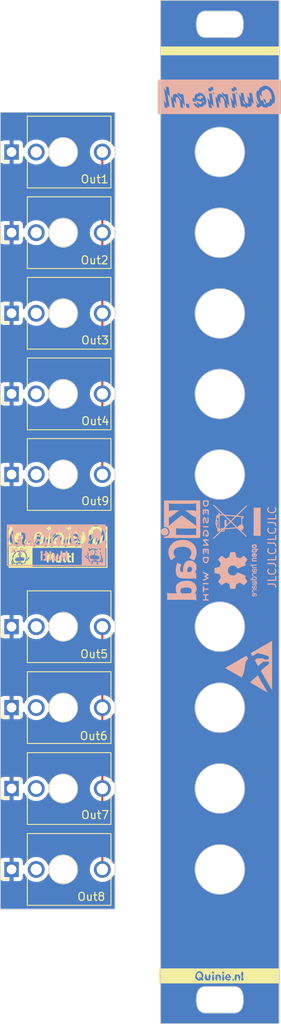
<source format=kicad_pcb>
(kicad_pcb (version 20221018) (generator pcbnew)
  (layers (0 "F.Cu" signal) (31 "B.Cu" signal) (34 "B.Paste" user) (35 "F.Paste" user) (36 "B.SilkS" user "B.Silkscreen") (37 "F.SilkS" user "F.Silkscreen") (38 "B.Mask" user) (39 "F.Mask" user) (44 "Edge.Cuts" user))
  (net 0 "")
  (net 1 "GND")
  (net 2 "Net-(Out1-PadT)")
  (net 11 "Net-(Out5-PadT)")
  (footprint "kibuzzard-63729A5C" (layer "F.Cu") (at 36.24 93.303)
    (fp_text reference "kibuzzard-63729A5C" hide)
    (fp_text value "G***" hide)
  )
  (footprint "Connector_Audio:Jack_3.5mm_QingPu_WQP-PJ398SM_Vertical_CircularHoles" (layer "F.Cu") (at 30.4 124.856666 90)
    (fp_text reference "Out7" (at -3.313334 10.49 180) (layer "F.SilkS"))
    (fp_text value "AudioJack2_SwitchT")
    (pad "S" thru_hole rect (at 0 0 270) (size 1.93 1.83) (drill 1.22) (layers "*.Cu" "*.Mask") (net 1 "GND"))
    (pad "T" thru_hole circle (at 0 11.4 270) (size 2.13 2.13) (drill 1.43) (layers "*.Cu" "*.Mask") (net 11 "Net-(Out5-PadT)"))
    (pad "TN" thru_hole circle (at 0 3.1 270) (size 2.13 2.13) (drill 1.42) (layers "*.Cu" "*.Mask"))
    (zone (net 0) (net_name "") (layer "F.Cu") (connect_pads (clearance 0)) (min_thickness 0.254)
      (keepout (tracks not_allowed) (vias not_allowed) (pads not_allowed) (copperpour not_allowed) (footprints not_allowed))
      (fill (thermal_gap 0.508) (thermal_bridge_width 0.508))
      (polygon (pts (xy 36.88 123.351525) (xy 36.634171 123.371736) (xy 36.394945 123.431825) (xy 36.168744 123.53018) (xy 35.961645 123.664158) (xy 35.77921 123.830162) (xy 35.626336 124.023734) (xy 35.507131 124.239674) (xy 35.424794 124.472184) (xy 35.381539 124.71502) (xy 35.378525 124.961659) (xy 35.415835 125.205479) (xy 35.492466 125.439932) (xy 35.60636 125.65872) (xy 35.754458 125.855969) (xy 35.932784 126.02638) (xy 36.136548 126.165378) (xy 36.360278 126.26923) (xy 36.597965 126.335147) (xy 36.843226 126.361358) (xy 37.089475 126.347159) (xy 37.330099 126.292932) (xy 37.558634 126.200134) (xy 37.768945 126.071255) (xy 37.955382 125.909758) (xy 38.112939 125.719979) (xy 38.237385 125.507016) (xy 38.325377 125.276587) (xy 38.374553 125.034881) (xy 38.383592 124.788388) (xy 38.35225 124.54373) (xy 38.28137 124.307475) (xy 38.172856 124.085969) (xy 38.029621 123.885161) (xy 37.855512 123.710443) (xy 37.655205 123.566508) (xy 37.434079 123.457221) (xy 37.198074 123.385517) (xy 36.953526 123.353322)))
    )
  )
  (footprint "Connector_Audio:Jack_3.5mm_QingPu_WQP-PJ398SM_Vertical_CircularHoles" (layer "F.Cu") (at 30.4 75.335 90)
    (fp_text reference "Out4" (at -3.415 10.51 180) (layer "F.SilkS"))
    (fp_text value "AudioJack2_SwitchT")
    (pad "S" thru_hole rect (at 0 0 270) (size 1.93 1.83) (drill 1.22) (layers "*.Cu" "*.Mask") (net 1 "GND"))
    (pad "T" thru_hole circle (at 0 11.4 270) (size 2.13 2.13) (drill 1.43) (layers "*.Cu" "*.Mask") (net 2 "Net-(Out1-PadT)"))
    (pad "TN" thru_hole circle (at 0 3.1 270) (size 2.13 2.13) (drill 1.42) (layers "*.Cu" "*.Mask"))
    (zone (net 0) (net_name "") (layer "F.Cu") (connect_pads (clearance 0)) (min_thickness 0.254)
      (keepout (tracks not_allowed) (vias not_allowed) (pads not_allowed) (copperpour not_allowed) (footprints not_allowed))
      (fill (thermal_gap 0.508) (thermal_bridge_width 0.508))
      (polygon (pts (xy 36.88 73.829859) (xy 36.634171 73.85007) (xy 36.394945 73.910159) (xy 36.168744 74.008514) (xy 35.961645 74.142492) (xy 35.77921 74.308496) (xy 35.626336 74.502068) (xy 35.507131 74.718008) (xy 35.424794 74.950518) (xy 35.381539 75.193354) (xy 35.378525 75.439993) (xy 35.415835 75.683813) (xy 35.492466 75.918266) (xy 35.60636 76.137054) (xy 35.754458 76.334303) (xy 35.932784 76.504714) (xy 36.136548 76.643712) (xy 36.360278 76.747564) (xy 36.597965 76.813481) (xy 36.843226 76.839692) (xy 37.089475 76.825493) (xy 37.330099 76.771266) (xy 37.558634 76.678468) (xy 37.768945 76.549589) (xy 37.955382 76.388092) (xy 38.112939 76.198313) (xy 38.237385 75.98535) (xy 38.325377 75.754921) (xy 38.374553 75.513215) (xy 38.383592 75.266722) (xy 38.35225 75.022064) (xy 38.28137 74.785809) (xy 38.172856 74.564303) (xy 38.029621 74.363495) (xy 37.855512 74.188777) (xy 37.655205 74.044842) (xy 37.434079 73.935555) (xy 37.198074 73.863851) (xy 36.953526 73.831656)))
    )
  )
  (footprint "kibuzzard-656B6089" (layer "F.Cu") (at 56.568002 146.133001)
    (fp_text reference "kibuzzard-656B6089" hide)
    (fp_text value "G***" hide)
  )
  (footprint "Connector_Audio:Jack_3.5mm_QingPu_WQP-PJ398SM_Vertical_CircularHoles" (layer "F.Cu") (at 30.4 104.55 90)
    (fp_text reference "Out5" (at -3.44 10.37 180) (layer "F.SilkS"))
    (fp_text value "AudioJack2_SwitchT")
    (pad "S" thru_hole rect (at 0 0 270) (size 1.93 1.83) (drill 1.22) (layers "*.Cu" "*.Mask") (net 1 "GND"))
    (pad "T" thru_hole circle (at 0 11.4 270) (size 2.13 2.13) (drill 1.43) (layers "*.Cu" "*.Mask") (net 11 "Net-(Out5-PadT)"))
    (pad "TN" thru_hole circle (at 0 3.1 270) (size 2.13 2.13) (drill 1.42) (layers "*.Cu" "*.Mask"))
    (zone (net 0) (net_name "") (layer "F.Cu") (connect_pads (clearance 0)) (min_thickness 0.254)
      (keepout (tracks not_allowed) (vias not_allowed) (pads not_allowed) (copperpour not_allowed) (footprints not_allowed))
      (fill (thermal_gap 0.508) (thermal_bridge_width 0.508))
      (polygon (pts (xy 36.88 103.044859) (xy 36.634171 103.06507) (xy 36.394945 103.125159) (xy 36.168744 103.223514) (xy 35.961645 103.357492) (xy 35.77921 103.523496) (xy 35.626336 103.717068) (xy 35.507131 103.933008) (xy 35.424794 104.165518) (xy 35.381539 104.408354) (xy 35.378525 104.654993) (xy 35.415835 104.898813) (xy 35.492466 105.133266) (xy 35.60636 105.352054) (xy 35.754458 105.549303) (xy 35.932784 105.719714) (xy 36.136548 105.858712) (xy 36.360278 105.962564) (xy 36.597965 106.028481) (xy 36.843226 106.054692) (xy 37.089475 106.040493) (xy 37.330099 105.986266) (xy 37.558634 105.893468) (xy 37.768945 105.764589) (xy 37.955382 105.603092) (xy 38.112939 105.413313) (xy 38.237385 105.20035) (xy 38.325377 104.969921) (xy 38.374553 104.728215) (xy 38.383592 104.481722) (xy 38.35225 104.237064) (xy 38.28137 104.000809) (xy 38.172856 103.779303) (xy 38.029621 103.578495) (xy 37.855512 103.403777) (xy 37.655205 103.259842) (xy 37.434079 103.150555) (xy 37.198074 103.078851) (xy 36.953526 103.046656)))
    )
  )
  (footprint "Connector_Audio:Jack_3.5mm_QingPu_WQP-PJ398SM_Vertical_CircularHoles" (layer "F.Cu") (at 30.4 44.99 90)
    (fp_text reference "Out1" (at -3.41 10.43 180) (layer "F.SilkS"))
    (fp_text value "AudioJack2_SwitchT")
    (pad "S" thru_hole rect (at 0 0 270) (size 1.93 1.83) (drill 1.22) (layers "*.Cu" "*.Mask") (net 1 "GND"))
    (pad "T" thru_hole circle (at 0 11.4 270) (size 2.13 2.13) (drill 1.43) (layers "*.Cu" "*.Mask") (net 2 "Net-(Out1-PadT)"))
    (pad "TN" thru_hole circle (at 0 3.1 270) (size 2.13 2.13) (drill 1.42) (layers "*.Cu" "*.Mask"))
    (zone (net 0) (net_name "") (layer "F.Cu") (connect_pads (clearance 0)) (min_thickness 0.254)
      (keepout (tracks not_allowed) (vias not_allowed) (pads not_allowed) (copperpour not_allowed) (footprints not_allowed))
      (fill (thermal_gap 0.508) (thermal_bridge_width 0.508))
      (polygon (pts (xy 36.88 43.484859) (xy 36.634171 43.50507) (xy 36.394945 43.565159) (xy 36.168744 43.663514) (xy 35.961645 43.797492) (xy 35.77921 43.963496) (xy 35.626336 44.157068) (xy 35.507131 44.373008) (xy 35.424794 44.605518) (xy 35.381539 44.848354) (xy 35.378525 45.094993) (xy 35.415835 45.338813) (xy 35.492466 45.573266) (xy 35.60636 45.792054) (xy 35.754458 45.989303) (xy 35.932784 46.159714) (xy 36.136548 46.298712) (xy 36.360278 46.402564) (xy 36.597965 46.468481) (xy 36.843226 46.494692) (xy 37.089475 46.480493) (xy 37.330099 46.426266) (xy 37.558634 46.333468) (xy 37.768945 46.204589) (xy 37.955382 46.043092) (xy 38.112939 45.853313) (xy 38.237385 45.64035) (xy 38.325377 45.409921) (xy 38.374553 45.168215) (xy 38.383592 44.921722) (xy 38.35225 44.677064) (xy 38.28137 44.440809) (xy 38.172856 44.219303) (xy 38.029621 44.018495) (xy 37.855512 43.843777) (xy 37.655205 43.699842) (xy 37.434079 43.590555) (xy 37.198074 43.518851) (xy 36.953526 43.486656)))
    )
  )
  (footprint "Connector_Audio:Jack_3.5mm_QingPu_WQP-PJ398SM_Vertical_CircularHoles" (layer "F.Cu") (at 30.4 114.703333 90)
    (fp_text reference "Out6" (at -3.556667 10.32 180) (layer "F.SilkS"))
    (fp_text value "AudioJack2_SwitchT")
    (pad "S" thru_hole rect (at 0 0 270) (size 1.93 1.83) (drill 1.22) (layers "*.Cu" "*.Mask") (net 1 "GND"))
    (pad "T" thru_hole circle (at 0 11.4 270) (size 2.13 2.13) (drill 1.43) (layers "*.Cu" "*.Mask") (net 11 "Net-(Out5-PadT)"))
    (pad "TN" thru_hole circle (at 0 3.1 270) (size 2.13 2.13) (drill 1.42) (layers "*.Cu" "*.Mask"))
    (zone (net 0) (net_name "") (layer "F.Cu") (connect_pads (clearance 0)) (min_thickness 0.254)
      (keepout (tracks not_allowed) (vias not_allowed) (pads not_allowed) (copperpour not_allowed) (footprints not_allowed))
      (fill (thermal_gap 0.508) (thermal_bridge_width 0.508))
      (polygon (pts (xy 36.88 113.198192) (xy 36.634171 113.218403) (xy 36.394945 113.278492) (xy 36.168744 113.376847) (xy 35.961645 113.510825) (xy 35.77921 113.676829) (xy 35.626336 113.870401) (xy 35.507131 114.086341) (xy 35.424794 114.318851) (xy 35.381539 114.561687) (xy 35.378525 114.808326) (xy 35.415835 115.052146) (xy 35.492466 115.286599) (xy 35.60636 115.505387) (xy 35.754458 115.702636) (xy 35.932784 115.873047) (xy 36.136548 116.012045) (xy 36.360278 116.115897) (xy 36.597965 116.181814) (xy 36.843226 116.208025) (xy 37.089475 116.193826) (xy 37.330099 116.139599) (xy 37.558634 116.046801) (xy 37.768945 115.917922) (xy 37.955382 115.756425) (xy 38.112939 115.566646) (xy 38.237385 115.353683) (xy 38.325377 115.123254) (xy 38.374553 114.881548) (xy 38.383592 114.635055) (xy 38.35225 114.390397) (xy 38.28137 114.154142) (xy 38.172856 113.932636) (xy 38.029621 113.731828) (xy 37.855512 113.55711) (xy 37.655205 113.413175) (xy 37.434079 113.303888) (xy 37.198074 113.232184) (xy 36.953526 113.199989)))
    )
  )
  (footprint "kibuzzard-63663374" (layer "F.Cu") (at 31.53 95.903)
    (fp_text reference "kibuzzard-63663374" hide)
    (fp_text value "G***" hide)
  )
  (footprint "Connector_Audio:Jack_3.5mm_QingPu_WQP-PJ398SM_Vertical_CircularHoles" (layer "F.Cu") (at 30.4 85.45 90)
    (fp_text reference "Out9" (at -3.34 10.5 180) (layer "F.SilkS"))
    (fp_text value "AudioJack2_SwitchT")
    (pad "S" thru_hole rect (at 0 0 270) (size 1.93 1.83) (drill 1.22) (layers "*.Cu" "*.Mask") (net 1 "GND"))
    (pad "T" thru_hole circle (at 0 11.4 270) (size 2.13 2.13) (drill 1.43) (layers "*.Cu" "*.Mask") (net 2 "Net-(Out1-PadT)"))
    (pad "TN" thru_hole circle (at 0 3.1 270) (size 2.13 2.13) (drill 1.42) (layers "*.Cu" "*.Mask"))
    (zone (net 0) (net_name "") (layer "F.Cu") (connect_pads (clearance 0)) (min_thickness 0.254)
      (keepout (tracks not_allowed) (vias not_allowed) (pads not_allowed) (copperpour not_allowed) (footprints not_allowed))
      (fill (thermal_gap 0.508) (thermal_bridge_width 0.508))
      (polygon (pts (xy 36.88 83.944859) (xy 36.634171 83.96507) (xy 36.394945 84.025159) (xy 36.168744 84.123514) (xy 35.961645 84.257492) (xy 35.77921 84.423496) (xy 35.626336 84.617068) (xy 35.507131 84.833008) (xy 35.424794 85.065518) (xy 35.381539 85.308354) (xy 35.378525 85.554993) (xy 35.415835 85.798813) (xy 35.492466 86.033266) (xy 35.60636 86.252054) (xy 35.754458 86.449303) (xy 35.932784 86.619714) (xy 36.136548 86.758712) (xy 36.360278 86.862564) (xy 36.597965 86.928481) (xy 36.843226 86.954692) (xy 37.089475 86.940493) (xy 37.330099 86.886266) (xy 37.558634 86.793468) (xy 37.768945 86.664589) (xy 37.955382 86.503092) (xy 38.112939 86.313313) (xy 38.237385 86.10035) (xy 38.325377 85.869921) (xy 38.374553 85.628215) (xy 38.383592 85.381722) (xy 38.35225 85.137064) (xy 38.28137 84.900809) (xy 38.172856 84.679303) (xy 38.029621 84.478495) (xy 37.855512 84.303777) (xy 37.655205 84.159842) (xy 37.434079 84.050555) (xy 37.198074 83.978851) (xy 36.953526 83.946656)))
    )
  )
  (footprint "Connector_Audio:Jack_3.5mm_QingPu_WQP-PJ398SM_Vertical_CircularHoles" (layer "F.Cu") (at 30.4 55.105 90)
    (fp_text reference "Out2" (at -3.455 10.43 180) (layer "F.SilkS"))
    (fp_text value "AudioJack2_SwitchT")
    (pad "S" thru_hole rect (at 0 0 270) (size 1.93 1.83) (drill 1.22) (layers "*.Cu" "*.Mask") (net 1 "GND"))
    (pad "T" thru_hole circle (at 0 11.4 270) (size 2.13 2.13) (drill 1.43) (layers "*.Cu" "*.Mask") (net 2 "Net-(Out1-PadT)"))
    (pad "TN" thru_hole circle (at 0 3.1 270) (size 2.13 2.13) (drill 1.42) (layers "*.Cu" "*.Mask"))
    (zone (net 0) (net_name "") (layer "F.Cu") (connect_pads (clearance 0)) (min_thickness 0.254)
      (keepout (tracks not_allowed) (vias not_allowed) (pads not_allowed) (copperpour not_allowed) (footprints not_allowed))
      (fill (thermal_gap 0.508) (thermal_bridge_width 0.508))
      (polygon (pts (xy 36.88 53.599859) (xy 36.634171 53.62007) (xy 36.394945 53.680159) (xy 36.168744 53.778514) (xy 35.961645 53.912492) (xy 35.77921 54.078496) (xy 35.626336 54.272068) (xy 35.507131 54.488008) (xy 35.424794 54.720518) (xy 35.381539 54.963354) (xy 35.378525 55.209993) (xy 35.415835 55.453813) (xy 35.492466 55.688266) (xy 35.60636 55.907054) (xy 35.754458 56.104303) (xy 35.932784 56.274714) (xy 36.136548 56.413712) (xy 36.360278 56.517564) (xy 36.597965 56.583481) (xy 36.843226 56.609692) (xy 37.089475 56.595493) (xy 37.330099 56.541266) (xy 37.558634 56.448468) (xy 37.768945 56.319589) (xy 37.955382 56.158092) (xy 38.112939 55.968313) (xy 38.237385 55.75535) (xy 38.325377 55.524921) (xy 38.374553 55.283215) (xy 38.383592 55.036722) (xy 38.35225 54.792064) (xy 38.28137 54.555809) (xy 38.172856 54.334303) (xy 38.029621 54.133495) (xy 37.855512 53.958777) (xy 37.655205 53.814842) (xy 37.434079 53.705555) (xy 37.198074 53.633851) (xy 36.953526 53.601656)))
    )
  )
  (footprint "kibuzzard-656B60C2" (layer "F.Cu") (at 56.498002 148.373001)
    (fp_text reference "kibuzzard-656B60C2" hide)
    (fp_text value "G***" hide)
  )
  (footprint "Connector_Audio:Jack_3.5mm_QingPu_WQP-PJ398SM_Vertical_CircularHoles" (layer "F.Cu") (at 30.4 65.22 90)
    (fp_text reference "Out3" (at -3.39 10.49 180) (layer "F.SilkS"))
    (fp_text value "AudioJack2_SwitchT")
    (pad "S" thru_hole rect (at 0 0 270) (size 1.93 1.83) (drill 1.22) (layers "*.Cu" "*.Mask") (net 1 "GND"))
    (pad "T" thru_hole circle (at 0 11.4 270) (size 2.13 2.13) (drill 1.43) (layers "*.Cu" "*.Mask") (net 2 "Net-(Out1-PadT)"))
    (pad "TN" thru_hole circle (at 0 3.1 270) (size 2.13 2.13) (drill 1.42) (layers "*.Cu" "*.Mask"))
    (zone (net 0) (net_name "") (layer "F.Cu") (connect_pads (clearance 0)) (min_thickness 0.254)
      (keepout (tracks not_allowed) (vias not_allowed) (pads not_allowed) (copperpour not_allowed) (footprints not_allowed))
      (fill (thermal_gap 0.508) (thermal_bridge_width 0.508))
      (polygon (pts (xy 36.88 63.714859) (xy 36.634171 63.73507) (xy 36.394945 63.795159) (xy 36.168744 63.893514) (xy 35.961645 64.027492) (xy 35.77921 64.193496) (xy 35.626336 64.387068) (xy 35.507131 64.603008) (xy 35.424794 64.835518) (xy 35.381539 65.078354) (xy 35.378525 65.324993) (xy 35.415835 65.568813) (xy 35.492466 65.803266) (xy 35.60636 66.022054) (xy 35.754458 66.219303) (xy 35.932784 66.389714) (xy 36.136548 66.528712) (xy 36.360278 66.632564) (xy 36.597965 66.698481) (xy 36.843226 66.724692) (xy 37.089475 66.710493) (xy 37.330099 66.656266) (xy 37.558634 66.563468) (xy 37.768945 66.434589) (xy 37.955382 66.273092) (xy 38.112939 66.083313) (xy 38.237385 65.87035) (xy 38.325377 65.639921) (xy 38.374553 65.398215) (xy 38.383592 65.151722) (xy 38.35225 64.907064) (xy 38.28137 64.670809) (xy 38.172856 64.449303) (xy 38.029621 64.248495) (xy 37.855512 64.073777) (xy 37.655205 63.929842) (xy 37.434079 63.820555) (xy 37.198074 63.748851) (xy 36.953526 63.716656)))
    )
  )
  (footprint "Connector_Audio:Jack_3.5mm_QingPu_WQP-PJ398SM_Vertical_CircularHoles" (layer "F.Cu") (at 30.4 135.01 90)
    (fp_text reference "Out8" (at -3.42 10.01 180) (layer "F.SilkS"))
    (fp_text value "AudioJack2_SwitchT")
    (pad "S" thru_hole rect (at 0 0 270) (size 1.93 1.83) (drill 1.22) (layers "*.Cu" "*.Mask") (net 1 "GND"))
    (pad "T" thru_hole circle (at 0 11.4 270) (size 2.13 2.13) (drill 1.43) (layers "*.Cu" "*.Mask") (net 11 "Net-(Out5-PadT)"))
    (pad "TN" thru_hole circle (at 0 3.1 270) (size 2.13 2.13) (drill 1.42) (layers "*.Cu" "*.Mask"))
    (zone (net 0) (net_name "") (layer "F.Cu") (connect_pads (clearance 0)) (min_thickness 0.254)
      (keepout (tracks not_allowed) (vias not_allowed) (pads not_allowed) (copperpour not_allowed) (footprints not_allowed))
      (fill (thermal_gap 0.508) (thermal_bridge_width 0.508))
      (polygon (pts (xy 36.88 133.504859) (xy 36.634171 133.52507) (xy 36.394945 133.585159) (xy 36.168744 133.683514) (xy 35.961645 133.817492) (xy 35.77921 133.983496) (xy 35.626336 134.177068) (xy 35.507131 134.393008) (xy 35.424794 134.625518) (xy 35.381539 134.868354) (xy 35.378525 135.114993) (xy 35.415835 135.358813) (xy 35.492466 135.593266) (xy 35.60636 135.812054) (xy 35.754458 136.009303) (xy 35.932784 136.179714) (xy 36.136548 136.318712) (xy 36.360278 136.422564) (xy 36.597965 136.488481) (xy 36.843226 136.514692) (xy 37.089475 136.500493) (xy 37.330099 136.446266) (xy 37.558634 136.353468) (xy 37.768945 136.224589) (xy 37.955382 136.063092) (xy 38.112939 135.873313) (xy 38.237385 135.66035) (xy 38.325377 135.429921) (xy 38.374553 135.188215) (xy 38.383592 134.941722) (xy 38.35225 134.697064) (xy 38.28137 134.460809) (xy 38.172856 134.239303) (xy 38.029621 134.038495) (xy 37.855512 133.863777) (xy 37.655205 133.719842) (xy 37.434079 133.610555) (xy 37.198074 133.538851) (xy 36.953526 133.506656)))
    )
  )
  (footprint "kibuzzard-656B617B" (layer "B.Cu") (at 56.5 38.06 180)
    (fp_text reference "kibuzzard-656B617B" hide)
    (fp_text value "G***" hide)
  )
  (footprint "kibuzzard-63729A5C" (layer "B.Cu") (at 36.01 93.07 180)
    (fp_text reference "kibuzzard-63729A5C" hide)
    (fp_text value "G***" hide)
  )
  (footprint "kibuzzard-63663374" (layer "B.Cu") (at 40.72 95.67 180)
    (fp_text reference "kibuzzard-63663374" hide)
    (fp_text value "G***" hide)
  )
  (footprint "Symbol:ESD-Logo_6.6x6mm_SilkScreen" (layer "B.Cu") (at 60.154512 109.57824 -90)
    (fp_text reference "REF**" hide)
    (fp_text value "ESD-Logo_6.6x6mm_SilkScreen" hide)
  )
  (footprint "Symbol:KiCad-Logo2_5mm_SilkScreen" (layer "B.Cu") (at 52.15 94.98 -90)
    (fp_text reference "REF**" hide)
    (fp_text value "KiCad-Logo2_5mm_SilkScreen" hide)
  )
  (footprint "Symbol:WEEE-Logo_4.2x6mm_SilkScreen" (layer "B.Cu") (at 58.65 91.39 -90)
    (fp_text reference "REF**" hide)
    (fp_text value "WEEE-Logo_4.2x6mm_SilkScreen" hide)
  )
  (footprint "Symbol:OSHW-Logo2_7.3x6mm_SilkScreen" (layer "B.Cu") (at 58.641066 97.5 -90)
    (fp_text reference "REF**" hide)
    (fp_text value "OSHW-Logo2_7.3x6mm_SilkScreen" hide)
  )
  (gr_line (start 29.876 96.867) (end 39.26 96.867) (stroke (width 0.15)) (layer "B.SilkS"))
  (gr_line (start 29.876 96.855) (end 29.876 94.385) (stroke (width 0.15)) (layer "B.SilkS"))
  (gr_line (start 42.374 94.618) (end 42.374 97.088) (stroke (width 0.15)) (layer "F.SilkS"))
  (gr_line (start 32.99 97.1) (end 42.374 97.1) (stroke (width 0.15)) (layer "F.SilkS"))
  (gr_rect (start 49.118002 31.823001) (end 63.988002 32.773001) (stroke (width 0.15)) (fill solid) (layer "F.SilkS"))
  (gr_circle (center 56.555 104.55) (end 59.655 104.55) (stroke (width 0.1)) (fill none) (layer "Edge.Cuts"))
  (gr_circle (center 36.88 104.55) (end 38.68 104.55) (stroke (width 0.1)) (fill none) (layer "Edge.Cuts"))
  (gr_arc (start 59.336001 150.377) (mid 59.50462 151.36) (end 59.336001 152.343) (stroke (width 0.1)) (layer "Edge.Cuts"))
  (gr_arc (start 58.392997 27.31) (mid 58.970534 27.493585) (end 59.335997 27.977) (stroke (width 0.1)) (layer "Edge.Cuts"))
  (gr_line (start 49.105 25.96) (end 64.005 25.96) (stroke (width 0.1)) (layer "Edge.Cuts"))
  (gr_circle (center 36.88 65.24) (end 38.68 65.24) (stroke (width 0.1)) (fill none) (layer "Edge.Cuts"))
  (gr_arc (start 59.336001 27.977) (mid 59.50462 28.96) (end 59.336001 29.943) (stroke (width 0.1)) (layer "Edge.Cuts"))
  (gr_arc (start 59.335997 29.943) (mid 58.970535 30.426416) (end 58.392997 30.61) (stroke (width 0.1)) (layer "Edge.Cuts"))
  (gr_circle (center 56.555 135.01) (end 59.655 135.01) (stroke (width 0.1)) (fill none) (layer "Edge.Cuts"))
  (gr_line (start 54.717 153.01) (end 58.393 153.01) (stroke (width 0.1)) (layer "Edge.Cuts"))
  (gr_circle (center 36.88 124.85) (end 38.68 124.85) (stroke (width 0.1)) (fill none) (layer "Edge.Cuts"))
  (gr_line (start 64.005 25.96) (end 64.005 154.36) (stroke (width 0.1)) (layer "Edge.Cuts"))
  (gr_line (start 64.005 154.36) (end 49.105 154.36) (stroke (width 0.1)) (layer "Edge.Cuts"))
  (gr_arc (start 58.392997 149.71) (mid 58.970534 149.893585) (end 59.335997 150.377) (stroke (width 0.1)) (layer "Edge.Cuts"))
  (gr_circle (center 56.555 65.24) (end 59.655 65.24) (stroke (width 0.1)) (fill none) (layer "Edge.Cuts"))
  (gr_circle (center 36.88 44.98) (end 38.68 44.98) (stroke (width 0.1)) (fill none) (layer "Edge.Cuts"))
  (gr_line (start 29 40) (end 43.4 40) (stroke (width 0.1)) (layer "Edge.Cuts"))
  (gr_line (start 58.393 27.31) (end 54.717 27.31) (stroke (width 0.1)) (layer "Edge.Cuts"))
  (gr_circle (center 56.555 75.35) (end 59.655 75.35) (stroke (width 0.1)) (fill none) (layer "Edge.Cuts"))
  (gr_circle (center 36.88 55.12) (end 38.68 55.12) (stroke (width 0.1)) (fill none) (layer "Edge.Cuts"))
  (gr_line (start 49.105 154.36) (end 49.105 25.96) (stroke (width 0.1)) (layer "Edge.Cuts"))
  (gr_arc (start 53.774003 150.377) (mid 54.139478 149.893603) (end 54.717003 149.71) (stroke (width 0.1)) (layer "Edge.Cuts"))
  (gr_circle (center 36.88 114.72) (end 38.68 114.72) (stroke (width 0.1)) (fill none) (layer "Edge.Cuts"))
  (gr_line (start 54.717 30.61) (end 58.393 30.61) (stroke (width 0.1)) (layer "Edge.Cuts"))
  (gr_circle (center 56.555 85.46) (end 59.655 85.46) (stroke (width 0.1)) (fill none) (layer "Edge.Cuts"))
  (gr_circle (center 56.555 124.85) (end 59.655 124.85) (stroke (width 0.1)) (fill none) (layer "Edge.Cuts"))
  (gr_arc (start 54.717003 30.61) (mid 54.139455 30.426429) (end 53.774003 29.943) (stroke (width 0.1)) (layer "Edge.Cuts"))
  (gr_circle (center 56.555 114.72) (end 59.655 114.72) (stroke (width 0.1)) (fill none) (layer "Edge.Cuts"))
  (gr_circle (center 36.88 75.35) (end 38.68 75.35) (stroke (width 0.1)) (fill none) (layer "Edge.Cuts"))
  (gr_line (start 43.4 140) (end 29 140) (stroke (width 0.1)) (layer "Edge.Cuts"))
  (gr_circle (center 56.555 55.12) (end 59.655 55.12) (stroke (width 0.1)) (fill none) (layer "Edge.Cuts"))
  (gr_arc (start 53.773999 152.343) (mid 53.60538 151.36) (end 53.773999 150.377) (stroke (width 0.1)) (layer "Edge.Cuts"))
  (gr_circle (center 36.88 85.46) (end 38.68 85.46) (stroke (width 0.1)) (fill none) (layer "Edge.Cuts"))
  (gr_line (start 29 140) (end 29 40) (stroke (width 0.1)) (layer "Edge.Cuts"))
  (gr_arc (start 54.717003 153.01) (mid 54.139455 152.826429) (end 53.774003 152.343) (stroke (width 0.1)) (layer "Edge.Cuts"))
  (gr_circle (center 56.555 44.98) (end 59.655 44.98) (stroke (width 0.1)) (fill none) (layer "Edge.Cuts"))
  (gr_circle (center 36.88 135.01) (end 38.68 135.01) (stroke (width 0.1)) (fill none) (layer "Edge.Cuts"))
  (gr_arc (start 53.774003 27.977) (mid 54.139478 27.493603) (end 54.717003 27.31) (stroke (width 0.1)) (layer "Edge.Cuts"))
  (gr_line (start 43.4 40) (end 43.4 140) (stroke (width 0.1)) (layer "Edge.Cuts"))
  (gr_arc (start 59.335997 152.343) (mid 58.970535 152.826416) (end 58.392997 153.01) (stroke (width 0.1)) (layer "Edge.Cuts"))
  (gr_arc (start 53.773999 29.943) (mid 53.60538 28.96) (end 53.773999 27.977) (stroke (width 0.1)) (layer "Edge.Cuts"))
  (gr_line (start 58.393 149.71) (end 54.717 149.71) (stroke (width 0.1)) (layer "Edge.Cuts"))
  (gr_text "v0.01" (at 31.27 94.967) (layer "B.SilkS") (effects (font (size 0.5 0.5) (thickness 0.125)) (justify mirror)))
  (gr_text "JLCJLCJLCJLC" (at 63.12 94.58 90) (layer "B.SilkS") (effects (font (size 1 1))))
  (gr_text "Multi" (at 35.74 95.71) (layer "B.SilkS") (effects (font (size 1 1) (thickness 0.25)) (justify mirror)))
  (gr_text "Multi" (at 36.51 95.943) (layer "F.SilkS") (effects (font (size 1 1) (thickness 0.25))))
  (gr_text "v0.01" (at 41.01 95.213) (layer "F.SilkS") (effects (font (size 0.5 0.5) (thickness 0.125))))
  (segment (start 30.4 85.45) (end 30.4 135.01) (width 0.25) (layer "F.Cu") (net 1))
  (segment (start 30.4 85.45) (end 30.4 44.99) (width 0.25) (layer "F.Cu") (net 1))
  (segment (start 41.8 44.99) (end 41.8 85.45) (width 0.25) (layer "F.Cu") (net 2))
  (segment (start 41.8 135.01) (end 41.8 104.55) (width 0.25) (layer "F.Cu") (net 11))
  (zone (net 1) (net_name "GND") (layers "F&B.Cu") (priority 1) (connect_pads (clearance 0.5)) (min_thickness 0.25) (fill yes (thermal_gap 0.5) (thermal_bridge_width 0.5))
    (polygon (pts (xy 29.02 40.01) (xy 43.41 40.01) (xy 43.4 140.01) (xy 28.98 140.01)))
  )
  (zone (net 0) (net_name "") (layers "F&B.Cu") (connect_pads (clearance 0.508)) (min_thickness 0.254) (fill yes (thermal_gap 0.508) (thermal_bridge_width 0.508))
    (polygon (pts (xy 64.01 154.37) (xy 49.1 154.37) (xy 49.1 25.96) (xy 64.01 25.96)))
  )
)
</source>
